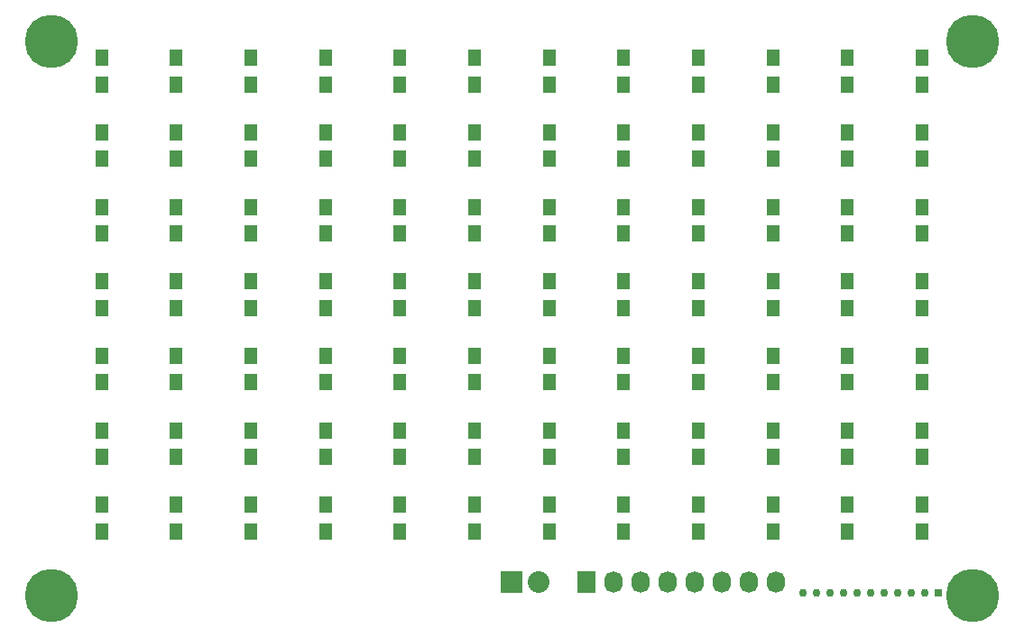
<source format=gbr>
G04 #@! TF.FileFunction,Soldermask,Bot*
%FSLAX46Y46*%
G04 Gerber Fmt 4.6, Leading zero omitted, Abs format (unit mm)*
G04 Created by KiCad (PCBNEW (2015-02-14 BZR 5415)-product) date jeu. 05 mars 2015 22:43:21 CET*
%MOMM*%
G01*
G04 APERTURE LIST*
%ADD10C,0.100000*%
%ADD11R,1.727200X2.032000*%
%ADD12O,1.727200X2.032000*%
%ADD13R,1.250000X1.500000*%
%ADD14R,2.032000X2.032000*%
%ADD15O,2.032000X2.032000*%
%ADD16R,0.762000X0.762000*%
%ADD17C,0.762000*%
%ADD18C,5.000000*%
G04 APERTURE END LIST*
D10*
D11*
X67000000Y-68000000D03*
D12*
X69540000Y-68000000D03*
X72080000Y-68000000D03*
X74620000Y-68000000D03*
X77160000Y-68000000D03*
X79700000Y-68000000D03*
X82240000Y-68000000D03*
X84780000Y-68000000D03*
D13*
X21500000Y-21250000D03*
X21500000Y-18750000D03*
X28500000Y-21250000D03*
X28500000Y-18750000D03*
X35500000Y-21250000D03*
X35500000Y-18750000D03*
X42500000Y-21250000D03*
X42500000Y-18750000D03*
X49500000Y-21250000D03*
X49500000Y-18750000D03*
X56500000Y-21250000D03*
X56500000Y-18750000D03*
X63500000Y-21250000D03*
X63500000Y-18750000D03*
X70500000Y-21250000D03*
X70500000Y-18750000D03*
X77500000Y-21250000D03*
X77500000Y-18750000D03*
X84500000Y-21250000D03*
X84500000Y-18750000D03*
X91500000Y-21250000D03*
X91500000Y-18750000D03*
X98500000Y-21250000D03*
X98500000Y-18750000D03*
X21500000Y-25750000D03*
X21500000Y-28250000D03*
X28500000Y-25750000D03*
X28500000Y-28250000D03*
X35500000Y-25750000D03*
X35500000Y-28250000D03*
X42500000Y-25750000D03*
X42500000Y-28250000D03*
X49500000Y-25750000D03*
X49500000Y-28250000D03*
X56500000Y-25750000D03*
X56500000Y-28250000D03*
X63500000Y-25750000D03*
X63500000Y-28250000D03*
X70500000Y-25750000D03*
X70500000Y-28250000D03*
X77500000Y-25750000D03*
X77500000Y-28250000D03*
X84500000Y-25750000D03*
X84500000Y-28250000D03*
X91500000Y-25750000D03*
X91500000Y-28250000D03*
X98500000Y-25750000D03*
X98500000Y-28250000D03*
X21500000Y-35250000D03*
X21500000Y-32750000D03*
X28500000Y-35250000D03*
X28500000Y-32750000D03*
X35500000Y-35250000D03*
X35500000Y-32750000D03*
X42500000Y-35250000D03*
X42500000Y-32750000D03*
X49500000Y-35250000D03*
X49500000Y-32750000D03*
X56500000Y-35250000D03*
X56500000Y-32750000D03*
X63500000Y-35250000D03*
X63500000Y-32750000D03*
X70500000Y-35250000D03*
X70500000Y-32750000D03*
X77500000Y-35250000D03*
X77500000Y-32750000D03*
X84500000Y-35250000D03*
X84500000Y-32750000D03*
X91500000Y-35250000D03*
X91500000Y-32750000D03*
X98500000Y-35250000D03*
X98500000Y-32750000D03*
X21500000Y-39750000D03*
X21500000Y-42250000D03*
X28500000Y-39750000D03*
X28500000Y-42250000D03*
X35500000Y-39750000D03*
X35500000Y-42250000D03*
X42500000Y-39750000D03*
X42500000Y-42250000D03*
X49500000Y-39750000D03*
X49500000Y-42250000D03*
X56500000Y-39750000D03*
X56500000Y-42250000D03*
X63500000Y-39750000D03*
X63500000Y-42250000D03*
X70500000Y-39750000D03*
X70500000Y-42250000D03*
X77500000Y-39750000D03*
X77500000Y-42250000D03*
X84500000Y-39750000D03*
X84500000Y-42250000D03*
X91500000Y-39750000D03*
X91500000Y-42250000D03*
X98500000Y-39750000D03*
X98500000Y-42250000D03*
X21500000Y-49250000D03*
X21500000Y-46750000D03*
X28500000Y-49250000D03*
X28500000Y-46750000D03*
X35500000Y-49250000D03*
X35500000Y-46750000D03*
X42500000Y-49250000D03*
X42500000Y-46750000D03*
X49500000Y-49250000D03*
X49500000Y-46750000D03*
X56500000Y-49250000D03*
X56500000Y-46750000D03*
X70500000Y-49250000D03*
X70500000Y-46750000D03*
X63500000Y-49250000D03*
X63500000Y-46750000D03*
X77500000Y-49250000D03*
X77500000Y-46750000D03*
X84500000Y-49250000D03*
X84500000Y-46750000D03*
X91500000Y-49250000D03*
X91500000Y-46750000D03*
X98500000Y-49250000D03*
X98500000Y-46750000D03*
X21500000Y-53750000D03*
X21500000Y-56250000D03*
X28500000Y-53750000D03*
X28500000Y-56250000D03*
X35500000Y-53750000D03*
X35500000Y-56250000D03*
X42500000Y-53750000D03*
X42500000Y-56250000D03*
X49500000Y-53750000D03*
X49500000Y-56250000D03*
X56500000Y-53750000D03*
X56500000Y-56250000D03*
X63500000Y-53750000D03*
X63500000Y-56250000D03*
X70500000Y-53750000D03*
X70500000Y-56250000D03*
X77500000Y-53750000D03*
X77500000Y-56250000D03*
X84500000Y-53750000D03*
X84500000Y-56250000D03*
X91500000Y-53750000D03*
X91500000Y-56250000D03*
X98500000Y-53750000D03*
X98500000Y-56250000D03*
X21500000Y-63250000D03*
X21500000Y-60750000D03*
X28500000Y-63250000D03*
X28500000Y-60750000D03*
X35500000Y-63250000D03*
X35500000Y-60750000D03*
X42500000Y-63250000D03*
X42500000Y-60750000D03*
X49500000Y-63250000D03*
X49500000Y-60750000D03*
X56500000Y-63250000D03*
X56500000Y-60750000D03*
X63500000Y-63250000D03*
X63500000Y-60750000D03*
X70500000Y-63250000D03*
X70500000Y-60750000D03*
X77500000Y-63250000D03*
X77500000Y-60750000D03*
X84500000Y-63250000D03*
X84500000Y-60750000D03*
X91500000Y-63250000D03*
X91500000Y-60750000D03*
X98500000Y-63250000D03*
X98500000Y-60750000D03*
D14*
X60000000Y-68000000D03*
D15*
X62540000Y-68000000D03*
D16*
X100000000Y-69000000D03*
D17*
X98730000Y-69000000D03*
X97460000Y-69000000D03*
X96190000Y-69000000D03*
X94920000Y-69000000D03*
X93650000Y-69000000D03*
X92380000Y-69000000D03*
X91110000Y-69000000D03*
X89840000Y-69000000D03*
X88570000Y-69000000D03*
X87300000Y-69000000D03*
D18*
X16750000Y-17250000D03*
X103250000Y-17250000D03*
X16750000Y-69250000D03*
X103250000Y-69250000D03*
M02*

</source>
